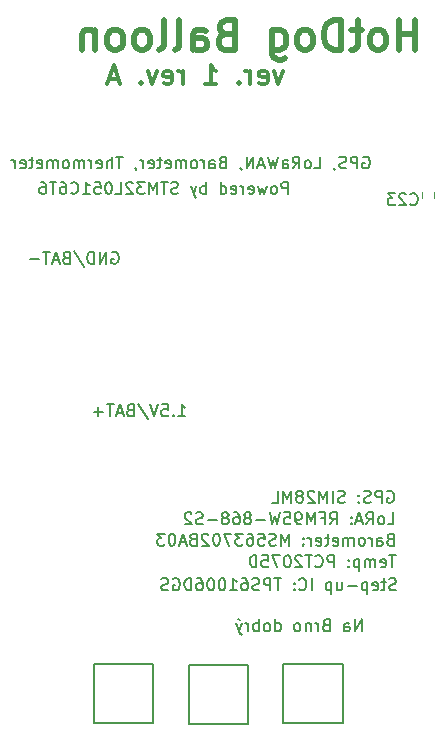
<source format=gbr>
G04 #@! TF.GenerationSoftware,KiCad,Pcbnew,(5.1.4)-1*
G04 #@! TF.CreationDate,2019-11-27T15:40:33+01:00*
G04 #@! TF.ProjectId,picoballoon,7069636f-6261-46c6-9c6f-6f6e2e6b6963,rev?*
G04 #@! TF.SameCoordinates,Original*
G04 #@! TF.FileFunction,Legend,Bot*
G04 #@! TF.FilePolarity,Positive*
%FSLAX46Y46*%
G04 Gerber Fmt 4.6, Leading zero omitted, Abs format (unit mm)*
G04 Created by KiCad (PCBNEW (5.1.4)-1) date 2019-11-27 15:40:33*
%MOMM*%
%LPD*%
G04 APERTURE LIST*
%ADD10C,0.150000*%
%ADD11C,0.350000*%
%ADD12C,0.500000*%
%ADD13C,0.120000*%
G04 APERTURE END LIST*
D10*
X68558704Y-83738980D02*
X68558704Y-82738980D01*
X67987276Y-83738980D01*
X67987276Y-82738980D01*
X67082514Y-83738980D02*
X67082514Y-83215171D01*
X67130133Y-83119933D01*
X67225371Y-83072314D01*
X67415847Y-83072314D01*
X67511085Y-83119933D01*
X67082514Y-83691361D02*
X67177752Y-83738980D01*
X67415847Y-83738980D01*
X67511085Y-83691361D01*
X67558704Y-83596123D01*
X67558704Y-83500885D01*
X67511085Y-83405647D01*
X67415847Y-83358028D01*
X67177752Y-83358028D01*
X67082514Y-83310409D01*
X65511085Y-83215171D02*
X65368228Y-83262790D01*
X65320609Y-83310409D01*
X65272990Y-83405647D01*
X65272990Y-83548504D01*
X65320609Y-83643742D01*
X65368228Y-83691361D01*
X65463466Y-83738980D01*
X65844419Y-83738980D01*
X65844419Y-82738980D01*
X65511085Y-82738980D01*
X65415847Y-82786600D01*
X65368228Y-82834219D01*
X65320609Y-82929457D01*
X65320609Y-83024695D01*
X65368228Y-83119933D01*
X65415847Y-83167552D01*
X65511085Y-83215171D01*
X65844419Y-83215171D01*
X64844419Y-83738980D02*
X64844419Y-83072314D01*
X64844419Y-83262790D02*
X64796800Y-83167552D01*
X64749180Y-83119933D01*
X64653942Y-83072314D01*
X64558704Y-83072314D01*
X64225371Y-83072314D02*
X64225371Y-83738980D01*
X64225371Y-83167552D02*
X64177752Y-83119933D01*
X64082514Y-83072314D01*
X63939657Y-83072314D01*
X63844419Y-83119933D01*
X63796800Y-83215171D01*
X63796800Y-83738980D01*
X63177752Y-83738980D02*
X63272990Y-83691361D01*
X63320609Y-83643742D01*
X63368228Y-83548504D01*
X63368228Y-83262790D01*
X63320609Y-83167552D01*
X63272990Y-83119933D01*
X63177752Y-83072314D01*
X63034895Y-83072314D01*
X62939657Y-83119933D01*
X62892038Y-83167552D01*
X62844419Y-83262790D01*
X62844419Y-83548504D01*
X62892038Y-83643742D01*
X62939657Y-83691361D01*
X63034895Y-83738980D01*
X63177752Y-83738980D01*
X61225371Y-83738980D02*
X61225371Y-82738980D01*
X61225371Y-83691361D02*
X61320609Y-83738980D01*
X61511085Y-83738980D01*
X61606323Y-83691361D01*
X61653942Y-83643742D01*
X61701561Y-83548504D01*
X61701561Y-83262790D01*
X61653942Y-83167552D01*
X61606323Y-83119933D01*
X61511085Y-83072314D01*
X61320609Y-83072314D01*
X61225371Y-83119933D01*
X60606323Y-83738980D02*
X60701561Y-83691361D01*
X60749180Y-83643742D01*
X60796800Y-83548504D01*
X60796800Y-83262790D01*
X60749180Y-83167552D01*
X60701561Y-83119933D01*
X60606323Y-83072314D01*
X60463466Y-83072314D01*
X60368228Y-83119933D01*
X60320609Y-83167552D01*
X60272990Y-83262790D01*
X60272990Y-83548504D01*
X60320609Y-83643742D01*
X60368228Y-83691361D01*
X60463466Y-83738980D01*
X60606323Y-83738980D01*
X59844419Y-83738980D02*
X59844419Y-82738980D01*
X59844419Y-83119933D02*
X59749180Y-83072314D01*
X59558704Y-83072314D01*
X59463466Y-83119933D01*
X59415847Y-83167552D01*
X59368228Y-83262790D01*
X59368228Y-83548504D01*
X59415847Y-83643742D01*
X59463466Y-83691361D01*
X59558704Y-83738980D01*
X59749180Y-83738980D01*
X59844419Y-83691361D01*
X58939657Y-83738980D02*
X58939657Y-83072314D01*
X58939657Y-83262790D02*
X58892038Y-83167552D01*
X58844419Y-83119933D01*
X58749180Y-83072314D01*
X58653942Y-83072314D01*
X58415847Y-83072314D02*
X58177752Y-83738980D01*
X57939657Y-83072314D02*
X58177752Y-83738980D01*
X58272990Y-83977076D01*
X58320609Y-84024695D01*
X58415847Y-84072314D01*
X58082514Y-82691361D02*
X58225371Y-82834219D01*
X71447371Y-80236961D02*
X71304514Y-80284580D01*
X71066419Y-80284580D01*
X70971180Y-80236961D01*
X70923561Y-80189342D01*
X70875942Y-80094104D01*
X70875942Y-79998866D01*
X70923561Y-79903628D01*
X70971180Y-79856009D01*
X71066419Y-79808390D01*
X71256895Y-79760771D01*
X71352133Y-79713152D01*
X71399752Y-79665533D01*
X71447371Y-79570295D01*
X71447371Y-79475057D01*
X71399752Y-79379819D01*
X71352133Y-79332200D01*
X71256895Y-79284580D01*
X71018800Y-79284580D01*
X70875942Y-79332200D01*
X70590228Y-79617914D02*
X70209276Y-79617914D01*
X70447371Y-79284580D02*
X70447371Y-80141723D01*
X70399752Y-80236961D01*
X70304514Y-80284580D01*
X70209276Y-80284580D01*
X69494990Y-80236961D02*
X69590228Y-80284580D01*
X69780704Y-80284580D01*
X69875942Y-80236961D01*
X69923561Y-80141723D01*
X69923561Y-79760771D01*
X69875942Y-79665533D01*
X69780704Y-79617914D01*
X69590228Y-79617914D01*
X69494990Y-79665533D01*
X69447371Y-79760771D01*
X69447371Y-79856009D01*
X69923561Y-79951247D01*
X69018800Y-79617914D02*
X69018800Y-80617914D01*
X69018800Y-79665533D02*
X68923561Y-79617914D01*
X68733085Y-79617914D01*
X68637847Y-79665533D01*
X68590228Y-79713152D01*
X68542609Y-79808390D01*
X68542609Y-80094104D01*
X68590228Y-80189342D01*
X68637847Y-80236961D01*
X68733085Y-80284580D01*
X68923561Y-80284580D01*
X69018800Y-80236961D01*
X68114038Y-79903628D02*
X67352133Y-79903628D01*
X66447371Y-79617914D02*
X66447371Y-80284580D01*
X66875942Y-79617914D02*
X66875942Y-80141723D01*
X66828323Y-80236961D01*
X66733085Y-80284580D01*
X66590228Y-80284580D01*
X66494990Y-80236961D01*
X66447371Y-80189342D01*
X65971180Y-79617914D02*
X65971180Y-80617914D01*
X65971180Y-79665533D02*
X65875942Y-79617914D01*
X65685466Y-79617914D01*
X65590228Y-79665533D01*
X65542609Y-79713152D01*
X65494990Y-79808390D01*
X65494990Y-80094104D01*
X65542609Y-80189342D01*
X65590228Y-80236961D01*
X65685466Y-80284580D01*
X65875942Y-80284580D01*
X65971180Y-80236961D01*
X64304514Y-80284580D02*
X64304514Y-79284580D01*
X63256895Y-80189342D02*
X63304514Y-80236961D01*
X63447371Y-80284580D01*
X63542609Y-80284580D01*
X63685466Y-80236961D01*
X63780704Y-80141723D01*
X63828323Y-80046485D01*
X63875942Y-79856009D01*
X63875942Y-79713152D01*
X63828323Y-79522676D01*
X63780704Y-79427438D01*
X63685466Y-79332200D01*
X63542609Y-79284580D01*
X63447371Y-79284580D01*
X63304514Y-79332200D01*
X63256895Y-79379819D01*
X62828323Y-80189342D02*
X62780704Y-80236961D01*
X62828323Y-80284580D01*
X62875942Y-80236961D01*
X62828323Y-80189342D01*
X62828323Y-80284580D01*
X62828323Y-79665533D02*
X62780704Y-79713152D01*
X62828323Y-79760771D01*
X62875942Y-79713152D01*
X62828323Y-79665533D01*
X62828323Y-79760771D01*
X61733085Y-79284580D02*
X61161657Y-79284580D01*
X61447371Y-80284580D02*
X61447371Y-79284580D01*
X60828323Y-80284580D02*
X60828323Y-79284580D01*
X60447371Y-79284580D01*
X60352133Y-79332200D01*
X60304514Y-79379819D01*
X60256895Y-79475057D01*
X60256895Y-79617914D01*
X60304514Y-79713152D01*
X60352133Y-79760771D01*
X60447371Y-79808390D01*
X60828323Y-79808390D01*
X59875942Y-80236961D02*
X59733085Y-80284580D01*
X59494990Y-80284580D01*
X59399752Y-80236961D01*
X59352133Y-80189342D01*
X59304514Y-80094104D01*
X59304514Y-79998866D01*
X59352133Y-79903628D01*
X59399752Y-79856009D01*
X59494990Y-79808390D01*
X59685466Y-79760771D01*
X59780704Y-79713152D01*
X59828323Y-79665533D01*
X59875942Y-79570295D01*
X59875942Y-79475057D01*
X59828323Y-79379819D01*
X59780704Y-79332200D01*
X59685466Y-79284580D01*
X59447371Y-79284580D01*
X59304514Y-79332200D01*
X58447371Y-79284580D02*
X58637847Y-79284580D01*
X58733085Y-79332200D01*
X58780704Y-79379819D01*
X58875942Y-79522676D01*
X58923561Y-79713152D01*
X58923561Y-80094104D01*
X58875942Y-80189342D01*
X58828323Y-80236961D01*
X58733085Y-80284580D01*
X58542609Y-80284580D01*
X58447371Y-80236961D01*
X58399752Y-80189342D01*
X58352133Y-80094104D01*
X58352133Y-79856009D01*
X58399752Y-79760771D01*
X58447371Y-79713152D01*
X58542609Y-79665533D01*
X58733085Y-79665533D01*
X58828323Y-79713152D01*
X58875942Y-79760771D01*
X58923561Y-79856009D01*
X57399752Y-80284580D02*
X57971180Y-80284580D01*
X57685466Y-80284580D02*
X57685466Y-79284580D01*
X57780704Y-79427438D01*
X57875942Y-79522676D01*
X57971180Y-79570295D01*
X56780704Y-79284580D02*
X56685466Y-79284580D01*
X56590228Y-79332200D01*
X56542609Y-79379819D01*
X56494990Y-79475057D01*
X56447371Y-79665533D01*
X56447371Y-79903628D01*
X56494990Y-80094104D01*
X56542609Y-80189342D01*
X56590228Y-80236961D01*
X56685466Y-80284580D01*
X56780704Y-80284580D01*
X56875942Y-80236961D01*
X56923561Y-80189342D01*
X56971180Y-80094104D01*
X57018800Y-79903628D01*
X57018800Y-79665533D01*
X56971180Y-79475057D01*
X56923561Y-79379819D01*
X56875942Y-79332200D01*
X56780704Y-79284580D01*
X55828323Y-79284580D02*
X55733085Y-79284580D01*
X55637847Y-79332200D01*
X55590228Y-79379819D01*
X55542609Y-79475057D01*
X55494990Y-79665533D01*
X55494990Y-79903628D01*
X55542609Y-80094104D01*
X55590228Y-80189342D01*
X55637847Y-80236961D01*
X55733085Y-80284580D01*
X55828323Y-80284580D01*
X55923561Y-80236961D01*
X55971180Y-80189342D01*
X56018800Y-80094104D01*
X56066419Y-79903628D01*
X56066419Y-79665533D01*
X56018800Y-79475057D01*
X55971180Y-79379819D01*
X55923561Y-79332200D01*
X55828323Y-79284580D01*
X54637847Y-79284580D02*
X54828323Y-79284580D01*
X54923561Y-79332200D01*
X54971180Y-79379819D01*
X55066419Y-79522676D01*
X55114038Y-79713152D01*
X55114038Y-80094104D01*
X55066419Y-80189342D01*
X55018800Y-80236961D01*
X54923561Y-80284580D01*
X54733085Y-80284580D01*
X54637847Y-80236961D01*
X54590228Y-80189342D01*
X54542609Y-80094104D01*
X54542609Y-79856009D01*
X54590228Y-79760771D01*
X54637847Y-79713152D01*
X54733085Y-79665533D01*
X54923561Y-79665533D01*
X55018800Y-79713152D01*
X55066419Y-79760771D01*
X55114038Y-79856009D01*
X54114038Y-80284580D02*
X54114038Y-79284580D01*
X53875942Y-79284580D01*
X53733085Y-79332200D01*
X53637847Y-79427438D01*
X53590228Y-79522676D01*
X53542609Y-79713152D01*
X53542609Y-79856009D01*
X53590228Y-80046485D01*
X53637847Y-80141723D01*
X53733085Y-80236961D01*
X53875942Y-80284580D01*
X54114038Y-80284580D01*
X52590228Y-79332200D02*
X52685466Y-79284580D01*
X52828323Y-79284580D01*
X52971180Y-79332200D01*
X53066419Y-79427438D01*
X53114038Y-79522676D01*
X53161657Y-79713152D01*
X53161657Y-79856009D01*
X53114038Y-80046485D01*
X53066419Y-80141723D01*
X52971180Y-80236961D01*
X52828323Y-80284580D01*
X52733085Y-80284580D01*
X52590228Y-80236961D01*
X52542609Y-80189342D01*
X52542609Y-79856009D01*
X52733085Y-79856009D01*
X52161657Y-80236961D02*
X52018800Y-80284580D01*
X51780704Y-80284580D01*
X51685466Y-80236961D01*
X51637847Y-80189342D01*
X51590228Y-80094104D01*
X51590228Y-79998866D01*
X51637847Y-79903628D01*
X51685466Y-79856009D01*
X51780704Y-79808390D01*
X51971180Y-79760771D01*
X52066419Y-79713152D01*
X52114038Y-79665533D01*
X52161657Y-79570295D01*
X52161657Y-79475057D01*
X52114038Y-79379819D01*
X52066419Y-79332200D01*
X51971180Y-79284580D01*
X51733085Y-79284580D01*
X51590228Y-79332200D01*
X71439895Y-77328780D02*
X70868466Y-77328780D01*
X71154180Y-78328780D02*
X71154180Y-77328780D01*
X70154180Y-78281161D02*
X70249419Y-78328780D01*
X70439895Y-78328780D01*
X70535133Y-78281161D01*
X70582752Y-78185923D01*
X70582752Y-77804971D01*
X70535133Y-77709733D01*
X70439895Y-77662114D01*
X70249419Y-77662114D01*
X70154180Y-77709733D01*
X70106561Y-77804971D01*
X70106561Y-77900209D01*
X70582752Y-77995447D01*
X69677990Y-78328780D02*
X69677990Y-77662114D01*
X69677990Y-77757352D02*
X69630371Y-77709733D01*
X69535133Y-77662114D01*
X69392276Y-77662114D01*
X69297038Y-77709733D01*
X69249419Y-77804971D01*
X69249419Y-78328780D01*
X69249419Y-77804971D02*
X69201800Y-77709733D01*
X69106561Y-77662114D01*
X68963704Y-77662114D01*
X68868466Y-77709733D01*
X68820847Y-77804971D01*
X68820847Y-78328780D01*
X68344657Y-77662114D02*
X68344657Y-78662114D01*
X68344657Y-77709733D02*
X68249419Y-77662114D01*
X68058942Y-77662114D01*
X67963704Y-77709733D01*
X67916085Y-77757352D01*
X67868466Y-77852590D01*
X67868466Y-78138304D01*
X67916085Y-78233542D01*
X67963704Y-78281161D01*
X68058942Y-78328780D01*
X68249419Y-78328780D01*
X68344657Y-78281161D01*
X67439895Y-78233542D02*
X67392276Y-78281161D01*
X67439895Y-78328780D01*
X67487514Y-78281161D01*
X67439895Y-78233542D01*
X67439895Y-78328780D01*
X67439895Y-77709733D02*
X67392276Y-77757352D01*
X67439895Y-77804971D01*
X67487514Y-77757352D01*
X67439895Y-77709733D01*
X67439895Y-77804971D01*
X66201800Y-78328780D02*
X66201800Y-77328780D01*
X65820847Y-77328780D01*
X65725609Y-77376400D01*
X65677990Y-77424019D01*
X65630371Y-77519257D01*
X65630371Y-77662114D01*
X65677990Y-77757352D01*
X65725609Y-77804971D01*
X65820847Y-77852590D01*
X66201800Y-77852590D01*
X64630371Y-78233542D02*
X64677990Y-78281161D01*
X64820847Y-78328780D01*
X64916085Y-78328780D01*
X65058942Y-78281161D01*
X65154180Y-78185923D01*
X65201800Y-78090685D01*
X65249419Y-77900209D01*
X65249419Y-77757352D01*
X65201800Y-77566876D01*
X65154180Y-77471638D01*
X65058942Y-77376400D01*
X64916085Y-77328780D01*
X64820847Y-77328780D01*
X64677990Y-77376400D01*
X64630371Y-77424019D01*
X64344657Y-77328780D02*
X63773228Y-77328780D01*
X64058942Y-78328780D02*
X64058942Y-77328780D01*
X63487514Y-77424019D02*
X63439895Y-77376400D01*
X63344657Y-77328780D01*
X63106561Y-77328780D01*
X63011323Y-77376400D01*
X62963704Y-77424019D01*
X62916085Y-77519257D01*
X62916085Y-77614495D01*
X62963704Y-77757352D01*
X63535133Y-78328780D01*
X62916085Y-78328780D01*
X62297038Y-77328780D02*
X62201800Y-77328780D01*
X62106561Y-77376400D01*
X62058942Y-77424019D01*
X62011323Y-77519257D01*
X61963704Y-77709733D01*
X61963704Y-77947828D01*
X62011323Y-78138304D01*
X62058942Y-78233542D01*
X62106561Y-78281161D01*
X62201800Y-78328780D01*
X62297038Y-78328780D01*
X62392276Y-78281161D01*
X62439895Y-78233542D01*
X62487514Y-78138304D01*
X62535133Y-77947828D01*
X62535133Y-77709733D01*
X62487514Y-77519257D01*
X62439895Y-77424019D01*
X62392276Y-77376400D01*
X62297038Y-77328780D01*
X61630371Y-77328780D02*
X60963704Y-77328780D01*
X61392276Y-78328780D01*
X60106561Y-77328780D02*
X60582752Y-77328780D01*
X60630371Y-77804971D01*
X60582752Y-77757352D01*
X60487514Y-77709733D01*
X60249419Y-77709733D01*
X60154180Y-77757352D01*
X60106561Y-77804971D01*
X60058942Y-77900209D01*
X60058942Y-78138304D01*
X60106561Y-78233542D01*
X60154180Y-78281161D01*
X60249419Y-78328780D01*
X60487514Y-78328780D01*
X60582752Y-78281161D01*
X60630371Y-78233542D01*
X59630371Y-78328780D02*
X59630371Y-77328780D01*
X59392276Y-77328780D01*
X59249419Y-77376400D01*
X59154180Y-77471638D01*
X59106561Y-77566876D01*
X59058942Y-77757352D01*
X59058942Y-77900209D01*
X59106561Y-78090685D01*
X59154180Y-78185923D01*
X59249419Y-78281161D01*
X59392276Y-78328780D01*
X59630371Y-78328780D01*
X70956866Y-75976171D02*
X70814009Y-76023790D01*
X70766390Y-76071409D01*
X70718771Y-76166647D01*
X70718771Y-76309504D01*
X70766390Y-76404742D01*
X70814009Y-76452361D01*
X70909247Y-76499980D01*
X71290200Y-76499980D01*
X71290200Y-75499980D01*
X70956866Y-75499980D01*
X70861628Y-75547600D01*
X70814009Y-75595219D01*
X70766390Y-75690457D01*
X70766390Y-75785695D01*
X70814009Y-75880933D01*
X70861628Y-75928552D01*
X70956866Y-75976171D01*
X71290200Y-75976171D01*
X69861628Y-76499980D02*
X69861628Y-75976171D01*
X69909247Y-75880933D01*
X70004485Y-75833314D01*
X70194961Y-75833314D01*
X70290200Y-75880933D01*
X69861628Y-76452361D02*
X69956866Y-76499980D01*
X70194961Y-76499980D01*
X70290200Y-76452361D01*
X70337819Y-76357123D01*
X70337819Y-76261885D01*
X70290200Y-76166647D01*
X70194961Y-76119028D01*
X69956866Y-76119028D01*
X69861628Y-76071409D01*
X69385438Y-76499980D02*
X69385438Y-75833314D01*
X69385438Y-76023790D02*
X69337819Y-75928552D01*
X69290200Y-75880933D01*
X69194961Y-75833314D01*
X69099723Y-75833314D01*
X68623533Y-76499980D02*
X68718771Y-76452361D01*
X68766390Y-76404742D01*
X68814009Y-76309504D01*
X68814009Y-76023790D01*
X68766390Y-75928552D01*
X68718771Y-75880933D01*
X68623533Y-75833314D01*
X68480676Y-75833314D01*
X68385438Y-75880933D01*
X68337819Y-75928552D01*
X68290200Y-76023790D01*
X68290200Y-76309504D01*
X68337819Y-76404742D01*
X68385438Y-76452361D01*
X68480676Y-76499980D01*
X68623533Y-76499980D01*
X67861628Y-76499980D02*
X67861628Y-75833314D01*
X67861628Y-75928552D02*
X67814009Y-75880933D01*
X67718771Y-75833314D01*
X67575914Y-75833314D01*
X67480676Y-75880933D01*
X67433057Y-75976171D01*
X67433057Y-76499980D01*
X67433057Y-75976171D02*
X67385438Y-75880933D01*
X67290200Y-75833314D01*
X67147342Y-75833314D01*
X67052104Y-75880933D01*
X67004485Y-75976171D01*
X67004485Y-76499980D01*
X66147342Y-76452361D02*
X66242580Y-76499980D01*
X66433057Y-76499980D01*
X66528295Y-76452361D01*
X66575914Y-76357123D01*
X66575914Y-75976171D01*
X66528295Y-75880933D01*
X66433057Y-75833314D01*
X66242580Y-75833314D01*
X66147342Y-75880933D01*
X66099723Y-75976171D01*
X66099723Y-76071409D01*
X66575914Y-76166647D01*
X65814009Y-75833314D02*
X65433057Y-75833314D01*
X65671152Y-75499980D02*
X65671152Y-76357123D01*
X65623533Y-76452361D01*
X65528295Y-76499980D01*
X65433057Y-76499980D01*
X64718771Y-76452361D02*
X64814009Y-76499980D01*
X65004485Y-76499980D01*
X65099723Y-76452361D01*
X65147342Y-76357123D01*
X65147342Y-75976171D01*
X65099723Y-75880933D01*
X65004485Y-75833314D01*
X64814009Y-75833314D01*
X64718771Y-75880933D01*
X64671152Y-75976171D01*
X64671152Y-76071409D01*
X65147342Y-76166647D01*
X64242580Y-76499980D02*
X64242580Y-75833314D01*
X64242580Y-76023790D02*
X64194961Y-75928552D01*
X64147342Y-75880933D01*
X64052104Y-75833314D01*
X63956866Y-75833314D01*
X63623533Y-76404742D02*
X63575914Y-76452361D01*
X63623533Y-76499980D01*
X63671152Y-76452361D01*
X63623533Y-76404742D01*
X63623533Y-76499980D01*
X63623533Y-75880933D02*
X63575914Y-75928552D01*
X63623533Y-75976171D01*
X63671152Y-75928552D01*
X63623533Y-75880933D01*
X63623533Y-75976171D01*
X62385438Y-76499980D02*
X62385438Y-75499980D01*
X62052104Y-76214266D01*
X61718771Y-75499980D01*
X61718771Y-76499980D01*
X61290200Y-76452361D02*
X61147342Y-76499980D01*
X60909247Y-76499980D01*
X60814009Y-76452361D01*
X60766390Y-76404742D01*
X60718771Y-76309504D01*
X60718771Y-76214266D01*
X60766390Y-76119028D01*
X60814009Y-76071409D01*
X60909247Y-76023790D01*
X61099723Y-75976171D01*
X61194961Y-75928552D01*
X61242580Y-75880933D01*
X61290200Y-75785695D01*
X61290200Y-75690457D01*
X61242580Y-75595219D01*
X61194961Y-75547600D01*
X61099723Y-75499980D01*
X60861628Y-75499980D01*
X60718771Y-75547600D01*
X59814009Y-75499980D02*
X60290200Y-75499980D01*
X60337819Y-75976171D01*
X60290200Y-75928552D01*
X60194961Y-75880933D01*
X59956866Y-75880933D01*
X59861628Y-75928552D01*
X59814009Y-75976171D01*
X59766390Y-76071409D01*
X59766390Y-76309504D01*
X59814009Y-76404742D01*
X59861628Y-76452361D01*
X59956866Y-76499980D01*
X60194961Y-76499980D01*
X60290200Y-76452361D01*
X60337819Y-76404742D01*
X58909247Y-75499980D02*
X59099723Y-75499980D01*
X59194961Y-75547600D01*
X59242580Y-75595219D01*
X59337819Y-75738076D01*
X59385438Y-75928552D01*
X59385438Y-76309504D01*
X59337819Y-76404742D01*
X59290200Y-76452361D01*
X59194961Y-76499980D01*
X59004485Y-76499980D01*
X58909247Y-76452361D01*
X58861628Y-76404742D01*
X58814009Y-76309504D01*
X58814009Y-76071409D01*
X58861628Y-75976171D01*
X58909247Y-75928552D01*
X59004485Y-75880933D01*
X59194961Y-75880933D01*
X59290200Y-75928552D01*
X59337819Y-75976171D01*
X59385438Y-76071409D01*
X58480676Y-75499980D02*
X57861628Y-75499980D01*
X58194961Y-75880933D01*
X58052104Y-75880933D01*
X57956866Y-75928552D01*
X57909247Y-75976171D01*
X57861628Y-76071409D01*
X57861628Y-76309504D01*
X57909247Y-76404742D01*
X57956866Y-76452361D01*
X58052104Y-76499980D01*
X58337819Y-76499980D01*
X58433057Y-76452361D01*
X58480676Y-76404742D01*
X57528295Y-75499980D02*
X56861628Y-75499980D01*
X57290200Y-76499980D01*
X56290200Y-75499980D02*
X56194961Y-75499980D01*
X56099723Y-75547600D01*
X56052104Y-75595219D01*
X56004485Y-75690457D01*
X55956866Y-75880933D01*
X55956866Y-76119028D01*
X56004485Y-76309504D01*
X56052104Y-76404742D01*
X56099723Y-76452361D01*
X56194961Y-76499980D01*
X56290200Y-76499980D01*
X56385438Y-76452361D01*
X56433057Y-76404742D01*
X56480676Y-76309504D01*
X56528295Y-76119028D01*
X56528295Y-75880933D01*
X56480676Y-75690457D01*
X56433057Y-75595219D01*
X56385438Y-75547600D01*
X56290200Y-75499980D01*
X55575914Y-75595219D02*
X55528295Y-75547600D01*
X55433057Y-75499980D01*
X55194961Y-75499980D01*
X55099723Y-75547600D01*
X55052104Y-75595219D01*
X55004485Y-75690457D01*
X55004485Y-75785695D01*
X55052104Y-75928552D01*
X55623533Y-76499980D01*
X55004485Y-76499980D01*
X54242580Y-75976171D02*
X54099723Y-76023790D01*
X54052104Y-76071409D01*
X54004485Y-76166647D01*
X54004485Y-76309504D01*
X54052104Y-76404742D01*
X54099723Y-76452361D01*
X54194961Y-76499980D01*
X54575914Y-76499980D01*
X54575914Y-75499980D01*
X54242580Y-75499980D01*
X54147342Y-75547600D01*
X54099723Y-75595219D01*
X54052104Y-75690457D01*
X54052104Y-75785695D01*
X54099723Y-75880933D01*
X54147342Y-75928552D01*
X54242580Y-75976171D01*
X54575914Y-75976171D01*
X53623533Y-76214266D02*
X53147342Y-76214266D01*
X53718771Y-76499980D02*
X53385438Y-75499980D01*
X53052104Y-76499980D01*
X52528295Y-75499980D02*
X52433057Y-75499980D01*
X52337819Y-75547600D01*
X52290200Y-75595219D01*
X52242580Y-75690457D01*
X52194961Y-75880933D01*
X52194961Y-76119028D01*
X52242580Y-76309504D01*
X52290200Y-76404742D01*
X52337819Y-76452361D01*
X52433057Y-76499980D01*
X52528295Y-76499980D01*
X52623533Y-76452361D01*
X52671152Y-76404742D01*
X52718771Y-76309504D01*
X52766390Y-76119028D01*
X52766390Y-75880933D01*
X52718771Y-75690457D01*
X52671152Y-75595219D01*
X52623533Y-75547600D01*
X52528295Y-75499980D01*
X51861628Y-75499980D02*
X51242580Y-75499980D01*
X51575914Y-75880933D01*
X51433057Y-75880933D01*
X51337819Y-75928552D01*
X51290200Y-75976171D01*
X51242580Y-76071409D01*
X51242580Y-76309504D01*
X51290200Y-76404742D01*
X51337819Y-76452361D01*
X51433057Y-76499980D01*
X51718771Y-76499980D01*
X51814009Y-76452361D01*
X51861628Y-76404742D01*
X70753833Y-74696580D02*
X71230023Y-74696580D01*
X71230023Y-73696580D01*
X70277642Y-74696580D02*
X70372880Y-74648961D01*
X70420500Y-74601342D01*
X70468119Y-74506104D01*
X70468119Y-74220390D01*
X70420500Y-74125152D01*
X70372880Y-74077533D01*
X70277642Y-74029914D01*
X70134785Y-74029914D01*
X70039547Y-74077533D01*
X69991928Y-74125152D01*
X69944309Y-74220390D01*
X69944309Y-74506104D01*
X69991928Y-74601342D01*
X70039547Y-74648961D01*
X70134785Y-74696580D01*
X70277642Y-74696580D01*
X68944309Y-74696580D02*
X69277642Y-74220390D01*
X69515738Y-74696580D02*
X69515738Y-73696580D01*
X69134785Y-73696580D01*
X69039547Y-73744200D01*
X68991928Y-73791819D01*
X68944309Y-73887057D01*
X68944309Y-74029914D01*
X68991928Y-74125152D01*
X69039547Y-74172771D01*
X69134785Y-74220390D01*
X69515738Y-74220390D01*
X68563357Y-74410866D02*
X68087166Y-74410866D01*
X68658595Y-74696580D02*
X68325261Y-73696580D01*
X67991928Y-74696580D01*
X67658595Y-74601342D02*
X67610976Y-74648961D01*
X67658595Y-74696580D01*
X67706214Y-74648961D01*
X67658595Y-74601342D01*
X67658595Y-74696580D01*
X67658595Y-74077533D02*
X67610976Y-74125152D01*
X67658595Y-74172771D01*
X67706214Y-74125152D01*
X67658595Y-74077533D01*
X67658595Y-74172771D01*
X65849071Y-74696580D02*
X66182404Y-74220390D01*
X66420500Y-74696580D02*
X66420500Y-73696580D01*
X66039547Y-73696580D01*
X65944309Y-73744200D01*
X65896690Y-73791819D01*
X65849071Y-73887057D01*
X65849071Y-74029914D01*
X65896690Y-74125152D01*
X65944309Y-74172771D01*
X66039547Y-74220390D01*
X66420500Y-74220390D01*
X65087166Y-74172771D02*
X65420500Y-74172771D01*
X65420500Y-74696580D02*
X65420500Y-73696580D01*
X64944309Y-73696580D01*
X64563357Y-74696580D02*
X64563357Y-73696580D01*
X64230023Y-74410866D01*
X63896690Y-73696580D01*
X63896690Y-74696580D01*
X63372880Y-74696580D02*
X63182404Y-74696580D01*
X63087166Y-74648961D01*
X63039547Y-74601342D01*
X62944309Y-74458485D01*
X62896690Y-74268009D01*
X62896690Y-73887057D01*
X62944309Y-73791819D01*
X62991928Y-73744200D01*
X63087166Y-73696580D01*
X63277642Y-73696580D01*
X63372880Y-73744200D01*
X63420500Y-73791819D01*
X63468119Y-73887057D01*
X63468119Y-74125152D01*
X63420500Y-74220390D01*
X63372880Y-74268009D01*
X63277642Y-74315628D01*
X63087166Y-74315628D01*
X62991928Y-74268009D01*
X62944309Y-74220390D01*
X62896690Y-74125152D01*
X61991928Y-73696580D02*
X62468119Y-73696580D01*
X62515738Y-74172771D01*
X62468119Y-74125152D01*
X62372880Y-74077533D01*
X62134785Y-74077533D01*
X62039547Y-74125152D01*
X61991928Y-74172771D01*
X61944309Y-74268009D01*
X61944309Y-74506104D01*
X61991928Y-74601342D01*
X62039547Y-74648961D01*
X62134785Y-74696580D01*
X62372880Y-74696580D01*
X62468119Y-74648961D01*
X62515738Y-74601342D01*
X61610976Y-73696580D02*
X61372880Y-74696580D01*
X61182404Y-73982295D01*
X60991928Y-74696580D01*
X60753833Y-73696580D01*
X60372880Y-74315628D02*
X59610976Y-74315628D01*
X58991928Y-74125152D02*
X59087166Y-74077533D01*
X59134785Y-74029914D01*
X59182404Y-73934676D01*
X59182404Y-73887057D01*
X59134785Y-73791819D01*
X59087166Y-73744200D01*
X58991928Y-73696580D01*
X58801452Y-73696580D01*
X58706214Y-73744200D01*
X58658595Y-73791819D01*
X58610976Y-73887057D01*
X58610976Y-73934676D01*
X58658595Y-74029914D01*
X58706214Y-74077533D01*
X58801452Y-74125152D01*
X58991928Y-74125152D01*
X59087166Y-74172771D01*
X59134785Y-74220390D01*
X59182404Y-74315628D01*
X59182404Y-74506104D01*
X59134785Y-74601342D01*
X59087166Y-74648961D01*
X58991928Y-74696580D01*
X58801452Y-74696580D01*
X58706214Y-74648961D01*
X58658595Y-74601342D01*
X58610976Y-74506104D01*
X58610976Y-74315628D01*
X58658595Y-74220390D01*
X58706214Y-74172771D01*
X58801452Y-74125152D01*
X57753833Y-73696580D02*
X57944309Y-73696580D01*
X58039547Y-73744200D01*
X58087166Y-73791819D01*
X58182404Y-73934676D01*
X58230023Y-74125152D01*
X58230023Y-74506104D01*
X58182404Y-74601342D01*
X58134785Y-74648961D01*
X58039547Y-74696580D01*
X57849071Y-74696580D01*
X57753833Y-74648961D01*
X57706214Y-74601342D01*
X57658595Y-74506104D01*
X57658595Y-74268009D01*
X57706214Y-74172771D01*
X57753833Y-74125152D01*
X57849071Y-74077533D01*
X58039547Y-74077533D01*
X58134785Y-74125152D01*
X58182404Y-74172771D01*
X58230023Y-74268009D01*
X57087166Y-74125152D02*
X57182404Y-74077533D01*
X57230023Y-74029914D01*
X57277642Y-73934676D01*
X57277642Y-73887057D01*
X57230023Y-73791819D01*
X57182404Y-73744200D01*
X57087166Y-73696580D01*
X56896690Y-73696580D01*
X56801452Y-73744200D01*
X56753833Y-73791819D01*
X56706214Y-73887057D01*
X56706214Y-73934676D01*
X56753833Y-74029914D01*
X56801452Y-74077533D01*
X56896690Y-74125152D01*
X57087166Y-74125152D01*
X57182404Y-74172771D01*
X57230023Y-74220390D01*
X57277642Y-74315628D01*
X57277642Y-74506104D01*
X57230023Y-74601342D01*
X57182404Y-74648961D01*
X57087166Y-74696580D01*
X56896690Y-74696580D01*
X56801452Y-74648961D01*
X56753833Y-74601342D01*
X56706214Y-74506104D01*
X56706214Y-74315628D01*
X56753833Y-74220390D01*
X56801452Y-74172771D01*
X56896690Y-74125152D01*
X56277642Y-74315628D02*
X55515738Y-74315628D01*
X55087166Y-74648961D02*
X54944309Y-74696580D01*
X54706214Y-74696580D01*
X54610976Y-74648961D01*
X54563357Y-74601342D01*
X54515738Y-74506104D01*
X54515738Y-74410866D01*
X54563357Y-74315628D01*
X54610976Y-74268009D01*
X54706214Y-74220390D01*
X54896690Y-74172771D01*
X54991928Y-74125152D01*
X55039547Y-74077533D01*
X55087166Y-73982295D01*
X55087166Y-73887057D01*
X55039547Y-73791819D01*
X54991928Y-73744200D01*
X54896690Y-73696580D01*
X54658595Y-73696580D01*
X54515738Y-73744200D01*
X54134785Y-73791819D02*
X54087166Y-73744200D01*
X53991928Y-73696580D01*
X53753833Y-73696580D01*
X53658595Y-73744200D01*
X53610976Y-73791819D01*
X53563357Y-73887057D01*
X53563357Y-73982295D01*
X53610976Y-74125152D01*
X54182404Y-74696580D01*
X53563357Y-74696580D01*
X70727319Y-71915400D02*
X70822557Y-71867780D01*
X70965414Y-71867780D01*
X71108271Y-71915400D01*
X71203509Y-72010638D01*
X71251128Y-72105876D01*
X71298747Y-72296352D01*
X71298747Y-72439209D01*
X71251128Y-72629685D01*
X71203509Y-72724923D01*
X71108271Y-72820161D01*
X70965414Y-72867780D01*
X70870176Y-72867780D01*
X70727319Y-72820161D01*
X70679700Y-72772542D01*
X70679700Y-72439209D01*
X70870176Y-72439209D01*
X70251128Y-72867780D02*
X70251128Y-71867780D01*
X69870176Y-71867780D01*
X69774938Y-71915400D01*
X69727319Y-71963019D01*
X69679700Y-72058257D01*
X69679700Y-72201114D01*
X69727319Y-72296352D01*
X69774938Y-72343971D01*
X69870176Y-72391590D01*
X70251128Y-72391590D01*
X69298747Y-72820161D02*
X69155890Y-72867780D01*
X68917795Y-72867780D01*
X68822557Y-72820161D01*
X68774938Y-72772542D01*
X68727319Y-72677304D01*
X68727319Y-72582066D01*
X68774938Y-72486828D01*
X68822557Y-72439209D01*
X68917795Y-72391590D01*
X69108271Y-72343971D01*
X69203509Y-72296352D01*
X69251128Y-72248733D01*
X69298747Y-72153495D01*
X69298747Y-72058257D01*
X69251128Y-71963019D01*
X69203509Y-71915400D01*
X69108271Y-71867780D01*
X68870176Y-71867780D01*
X68727319Y-71915400D01*
X68298747Y-72772542D02*
X68251128Y-72820161D01*
X68298747Y-72867780D01*
X68346366Y-72820161D01*
X68298747Y-72772542D01*
X68298747Y-72867780D01*
X68298747Y-72248733D02*
X68251128Y-72296352D01*
X68298747Y-72343971D01*
X68346366Y-72296352D01*
X68298747Y-72248733D01*
X68298747Y-72343971D01*
X67108271Y-72820161D02*
X66965414Y-72867780D01*
X66727319Y-72867780D01*
X66632080Y-72820161D01*
X66584461Y-72772542D01*
X66536842Y-72677304D01*
X66536842Y-72582066D01*
X66584461Y-72486828D01*
X66632080Y-72439209D01*
X66727319Y-72391590D01*
X66917795Y-72343971D01*
X67013033Y-72296352D01*
X67060652Y-72248733D01*
X67108271Y-72153495D01*
X67108271Y-72058257D01*
X67060652Y-71963019D01*
X67013033Y-71915400D01*
X66917795Y-71867780D01*
X66679700Y-71867780D01*
X66536842Y-71915400D01*
X66108271Y-72867780D02*
X66108271Y-71867780D01*
X65632080Y-72867780D02*
X65632080Y-71867780D01*
X65298747Y-72582066D01*
X64965414Y-71867780D01*
X64965414Y-72867780D01*
X64536842Y-71963019D02*
X64489223Y-71915400D01*
X64393985Y-71867780D01*
X64155890Y-71867780D01*
X64060652Y-71915400D01*
X64013033Y-71963019D01*
X63965414Y-72058257D01*
X63965414Y-72153495D01*
X64013033Y-72296352D01*
X64584461Y-72867780D01*
X63965414Y-72867780D01*
X63393985Y-72296352D02*
X63489223Y-72248733D01*
X63536842Y-72201114D01*
X63584461Y-72105876D01*
X63584461Y-72058257D01*
X63536842Y-71963019D01*
X63489223Y-71915400D01*
X63393985Y-71867780D01*
X63203509Y-71867780D01*
X63108271Y-71915400D01*
X63060652Y-71963019D01*
X63013033Y-72058257D01*
X63013033Y-72105876D01*
X63060652Y-72201114D01*
X63108271Y-72248733D01*
X63203509Y-72296352D01*
X63393985Y-72296352D01*
X63489223Y-72343971D01*
X63536842Y-72391590D01*
X63584461Y-72486828D01*
X63584461Y-72677304D01*
X63536842Y-72772542D01*
X63489223Y-72820161D01*
X63393985Y-72867780D01*
X63203509Y-72867780D01*
X63108271Y-72820161D01*
X63060652Y-72772542D01*
X63013033Y-72677304D01*
X63013033Y-72486828D01*
X63060652Y-72391590D01*
X63108271Y-72343971D01*
X63203509Y-72296352D01*
X62584461Y-72867780D02*
X62584461Y-71867780D01*
X62251128Y-72582066D01*
X61917795Y-71867780D01*
X61917795Y-72867780D01*
X60965414Y-72867780D02*
X61441604Y-72867780D01*
X61441604Y-71867780D01*
X62316000Y-46718480D02*
X62316000Y-45718480D01*
X61935047Y-45718480D01*
X61839809Y-45766100D01*
X61792190Y-45813719D01*
X61744571Y-45908957D01*
X61744571Y-46051814D01*
X61792190Y-46147052D01*
X61839809Y-46194671D01*
X61935047Y-46242290D01*
X62316000Y-46242290D01*
X61173142Y-46718480D02*
X61268380Y-46670861D01*
X61316000Y-46623242D01*
X61363619Y-46528004D01*
X61363619Y-46242290D01*
X61316000Y-46147052D01*
X61268380Y-46099433D01*
X61173142Y-46051814D01*
X61030285Y-46051814D01*
X60935047Y-46099433D01*
X60887428Y-46147052D01*
X60839809Y-46242290D01*
X60839809Y-46528004D01*
X60887428Y-46623242D01*
X60935047Y-46670861D01*
X61030285Y-46718480D01*
X61173142Y-46718480D01*
X60506476Y-46051814D02*
X60316000Y-46718480D01*
X60125523Y-46242290D01*
X59935047Y-46718480D01*
X59744571Y-46051814D01*
X58982666Y-46670861D02*
X59077904Y-46718480D01*
X59268380Y-46718480D01*
X59363619Y-46670861D01*
X59411238Y-46575623D01*
X59411238Y-46194671D01*
X59363619Y-46099433D01*
X59268380Y-46051814D01*
X59077904Y-46051814D01*
X58982666Y-46099433D01*
X58935047Y-46194671D01*
X58935047Y-46289909D01*
X59411238Y-46385147D01*
X58506476Y-46718480D02*
X58506476Y-46051814D01*
X58506476Y-46242290D02*
X58458857Y-46147052D01*
X58411238Y-46099433D01*
X58316000Y-46051814D01*
X58220761Y-46051814D01*
X57506476Y-46670861D02*
X57601714Y-46718480D01*
X57792190Y-46718480D01*
X57887428Y-46670861D01*
X57935047Y-46575623D01*
X57935047Y-46194671D01*
X57887428Y-46099433D01*
X57792190Y-46051814D01*
X57601714Y-46051814D01*
X57506476Y-46099433D01*
X57458857Y-46194671D01*
X57458857Y-46289909D01*
X57935047Y-46385147D01*
X56601714Y-46718480D02*
X56601714Y-45718480D01*
X56601714Y-46670861D02*
X56696952Y-46718480D01*
X56887428Y-46718480D01*
X56982666Y-46670861D01*
X57030285Y-46623242D01*
X57077904Y-46528004D01*
X57077904Y-46242290D01*
X57030285Y-46147052D01*
X56982666Y-46099433D01*
X56887428Y-46051814D01*
X56696952Y-46051814D01*
X56601714Y-46099433D01*
X55363619Y-46718480D02*
X55363619Y-45718480D01*
X55363619Y-46099433D02*
X55268380Y-46051814D01*
X55077904Y-46051814D01*
X54982666Y-46099433D01*
X54935047Y-46147052D01*
X54887428Y-46242290D01*
X54887428Y-46528004D01*
X54935047Y-46623242D01*
X54982666Y-46670861D01*
X55077904Y-46718480D01*
X55268380Y-46718480D01*
X55363619Y-46670861D01*
X54554095Y-46051814D02*
X54316000Y-46718480D01*
X54077904Y-46051814D02*
X54316000Y-46718480D01*
X54411238Y-46956576D01*
X54458857Y-47004195D01*
X54554095Y-47051814D01*
X52982666Y-46670861D02*
X52839809Y-46718480D01*
X52601714Y-46718480D01*
X52506476Y-46670861D01*
X52458857Y-46623242D01*
X52411238Y-46528004D01*
X52411238Y-46432766D01*
X52458857Y-46337528D01*
X52506476Y-46289909D01*
X52601714Y-46242290D01*
X52792190Y-46194671D01*
X52887428Y-46147052D01*
X52935047Y-46099433D01*
X52982666Y-46004195D01*
X52982666Y-45908957D01*
X52935047Y-45813719D01*
X52887428Y-45766100D01*
X52792190Y-45718480D01*
X52554095Y-45718480D01*
X52411238Y-45766100D01*
X52125523Y-45718480D02*
X51554095Y-45718480D01*
X51839809Y-46718480D02*
X51839809Y-45718480D01*
X51220761Y-46718480D02*
X51220761Y-45718480D01*
X50887428Y-46432766D01*
X50554095Y-45718480D01*
X50554095Y-46718480D01*
X50173142Y-45718480D02*
X49554095Y-45718480D01*
X49887428Y-46099433D01*
X49744571Y-46099433D01*
X49649333Y-46147052D01*
X49601714Y-46194671D01*
X49554095Y-46289909D01*
X49554095Y-46528004D01*
X49601714Y-46623242D01*
X49649333Y-46670861D01*
X49744571Y-46718480D01*
X50030285Y-46718480D01*
X50125523Y-46670861D01*
X50173142Y-46623242D01*
X49173142Y-45813719D02*
X49125523Y-45766100D01*
X49030285Y-45718480D01*
X48792190Y-45718480D01*
X48696952Y-45766100D01*
X48649333Y-45813719D01*
X48601714Y-45908957D01*
X48601714Y-46004195D01*
X48649333Y-46147052D01*
X49220761Y-46718480D01*
X48601714Y-46718480D01*
X47696952Y-46718480D02*
X48173142Y-46718480D01*
X48173142Y-45718480D01*
X47173142Y-45718480D02*
X47077904Y-45718480D01*
X46982666Y-45766100D01*
X46935047Y-45813719D01*
X46887428Y-45908957D01*
X46839809Y-46099433D01*
X46839809Y-46337528D01*
X46887428Y-46528004D01*
X46935047Y-46623242D01*
X46982666Y-46670861D01*
X47077904Y-46718480D01*
X47173142Y-46718480D01*
X47268380Y-46670861D01*
X47316000Y-46623242D01*
X47363619Y-46528004D01*
X47411238Y-46337528D01*
X47411238Y-46099433D01*
X47363619Y-45908957D01*
X47316000Y-45813719D01*
X47268380Y-45766100D01*
X47173142Y-45718480D01*
X45935047Y-45718480D02*
X46411238Y-45718480D01*
X46458857Y-46194671D01*
X46411238Y-46147052D01*
X46316000Y-46099433D01*
X46077904Y-46099433D01*
X45982666Y-46147052D01*
X45935047Y-46194671D01*
X45887428Y-46289909D01*
X45887428Y-46528004D01*
X45935047Y-46623242D01*
X45982666Y-46670861D01*
X46077904Y-46718480D01*
X46316000Y-46718480D01*
X46411238Y-46670861D01*
X46458857Y-46623242D01*
X44935047Y-46718480D02*
X45506476Y-46718480D01*
X45220761Y-46718480D02*
X45220761Y-45718480D01*
X45316000Y-45861338D01*
X45411238Y-45956576D01*
X45506476Y-46004195D01*
X43935047Y-46623242D02*
X43982666Y-46670861D01*
X44125523Y-46718480D01*
X44220761Y-46718480D01*
X44363619Y-46670861D01*
X44458857Y-46575623D01*
X44506476Y-46480385D01*
X44554095Y-46289909D01*
X44554095Y-46147052D01*
X44506476Y-45956576D01*
X44458857Y-45861338D01*
X44363619Y-45766100D01*
X44220761Y-45718480D01*
X44125523Y-45718480D01*
X43982666Y-45766100D01*
X43935047Y-45813719D01*
X43077904Y-45718480D02*
X43268380Y-45718480D01*
X43363619Y-45766100D01*
X43411238Y-45813719D01*
X43506476Y-45956576D01*
X43554095Y-46147052D01*
X43554095Y-46528004D01*
X43506476Y-46623242D01*
X43458857Y-46670861D01*
X43363619Y-46718480D01*
X43173142Y-46718480D01*
X43077904Y-46670861D01*
X43030285Y-46623242D01*
X42982666Y-46528004D01*
X42982666Y-46289909D01*
X43030285Y-46194671D01*
X43077904Y-46147052D01*
X43173142Y-46099433D01*
X43363619Y-46099433D01*
X43458857Y-46147052D01*
X43506476Y-46194671D01*
X43554095Y-46289909D01*
X42696952Y-45718480D02*
X42125523Y-45718480D01*
X42411238Y-46718480D02*
X42411238Y-45718480D01*
X41363619Y-45718480D02*
X41554095Y-45718480D01*
X41649333Y-45766100D01*
X41696952Y-45813719D01*
X41792190Y-45956576D01*
X41839809Y-46147052D01*
X41839809Y-46528004D01*
X41792190Y-46623242D01*
X41744571Y-46670861D01*
X41649333Y-46718480D01*
X41458857Y-46718480D01*
X41363619Y-46670861D01*
X41316000Y-46623242D01*
X41268380Y-46528004D01*
X41268380Y-46289909D01*
X41316000Y-46194671D01*
X41363619Y-46147052D01*
X41458857Y-46099433D01*
X41649333Y-46099433D01*
X41744571Y-46147052D01*
X41792190Y-46194671D01*
X41839809Y-46289909D01*
X68662319Y-43607100D02*
X68757557Y-43559480D01*
X68900414Y-43559480D01*
X69043271Y-43607100D01*
X69138509Y-43702338D01*
X69186128Y-43797576D01*
X69233747Y-43988052D01*
X69233747Y-44130909D01*
X69186128Y-44321385D01*
X69138509Y-44416623D01*
X69043271Y-44511861D01*
X68900414Y-44559480D01*
X68805176Y-44559480D01*
X68662319Y-44511861D01*
X68614700Y-44464242D01*
X68614700Y-44130909D01*
X68805176Y-44130909D01*
X68186128Y-44559480D02*
X68186128Y-43559480D01*
X67805176Y-43559480D01*
X67709938Y-43607100D01*
X67662319Y-43654719D01*
X67614700Y-43749957D01*
X67614700Y-43892814D01*
X67662319Y-43988052D01*
X67709938Y-44035671D01*
X67805176Y-44083290D01*
X68186128Y-44083290D01*
X67233747Y-44511861D02*
X67090890Y-44559480D01*
X66852795Y-44559480D01*
X66757557Y-44511861D01*
X66709938Y-44464242D01*
X66662319Y-44369004D01*
X66662319Y-44273766D01*
X66709938Y-44178528D01*
X66757557Y-44130909D01*
X66852795Y-44083290D01*
X67043271Y-44035671D01*
X67138509Y-43988052D01*
X67186128Y-43940433D01*
X67233747Y-43845195D01*
X67233747Y-43749957D01*
X67186128Y-43654719D01*
X67138509Y-43607100D01*
X67043271Y-43559480D01*
X66805176Y-43559480D01*
X66662319Y-43607100D01*
X66186128Y-44511861D02*
X66186128Y-44559480D01*
X66233747Y-44654719D01*
X66281366Y-44702338D01*
X64519461Y-44559480D02*
X64995652Y-44559480D01*
X64995652Y-43559480D01*
X64043271Y-44559480D02*
X64138509Y-44511861D01*
X64186128Y-44464242D01*
X64233747Y-44369004D01*
X64233747Y-44083290D01*
X64186128Y-43988052D01*
X64138509Y-43940433D01*
X64043271Y-43892814D01*
X63900414Y-43892814D01*
X63805176Y-43940433D01*
X63757557Y-43988052D01*
X63709938Y-44083290D01*
X63709938Y-44369004D01*
X63757557Y-44464242D01*
X63805176Y-44511861D01*
X63900414Y-44559480D01*
X64043271Y-44559480D01*
X62709938Y-44559480D02*
X63043271Y-44083290D01*
X63281366Y-44559480D02*
X63281366Y-43559480D01*
X62900414Y-43559480D01*
X62805176Y-43607100D01*
X62757557Y-43654719D01*
X62709938Y-43749957D01*
X62709938Y-43892814D01*
X62757557Y-43988052D01*
X62805176Y-44035671D01*
X62900414Y-44083290D01*
X63281366Y-44083290D01*
X61852795Y-44559480D02*
X61852795Y-44035671D01*
X61900414Y-43940433D01*
X61995652Y-43892814D01*
X62186128Y-43892814D01*
X62281366Y-43940433D01*
X61852795Y-44511861D02*
X61948033Y-44559480D01*
X62186128Y-44559480D01*
X62281366Y-44511861D01*
X62328985Y-44416623D01*
X62328985Y-44321385D01*
X62281366Y-44226147D01*
X62186128Y-44178528D01*
X61948033Y-44178528D01*
X61852795Y-44130909D01*
X61471842Y-43559480D02*
X61233747Y-44559480D01*
X61043271Y-43845195D01*
X60852795Y-44559480D01*
X60614700Y-43559480D01*
X60281366Y-44273766D02*
X59805176Y-44273766D01*
X60376604Y-44559480D02*
X60043271Y-43559480D01*
X59709938Y-44559480D01*
X59376604Y-44559480D02*
X59376604Y-43559480D01*
X58805176Y-44559480D01*
X58805176Y-43559480D01*
X58281366Y-44511861D02*
X58281366Y-44559480D01*
X58328985Y-44654719D01*
X58376604Y-44702338D01*
X56757557Y-44035671D02*
X56614700Y-44083290D01*
X56567080Y-44130909D01*
X56519461Y-44226147D01*
X56519461Y-44369004D01*
X56567080Y-44464242D01*
X56614700Y-44511861D01*
X56709938Y-44559480D01*
X57090890Y-44559480D01*
X57090890Y-43559480D01*
X56757557Y-43559480D01*
X56662319Y-43607100D01*
X56614700Y-43654719D01*
X56567080Y-43749957D01*
X56567080Y-43845195D01*
X56614700Y-43940433D01*
X56662319Y-43988052D01*
X56757557Y-44035671D01*
X57090890Y-44035671D01*
X55662319Y-44559480D02*
X55662319Y-44035671D01*
X55709938Y-43940433D01*
X55805176Y-43892814D01*
X55995652Y-43892814D01*
X56090890Y-43940433D01*
X55662319Y-44511861D02*
X55757557Y-44559480D01*
X55995652Y-44559480D01*
X56090890Y-44511861D01*
X56138509Y-44416623D01*
X56138509Y-44321385D01*
X56090890Y-44226147D01*
X55995652Y-44178528D01*
X55757557Y-44178528D01*
X55662319Y-44130909D01*
X55186128Y-44559480D02*
X55186128Y-43892814D01*
X55186128Y-44083290D02*
X55138509Y-43988052D01*
X55090890Y-43940433D01*
X54995652Y-43892814D01*
X54900414Y-43892814D01*
X54424223Y-44559480D02*
X54519461Y-44511861D01*
X54567080Y-44464242D01*
X54614700Y-44369004D01*
X54614700Y-44083290D01*
X54567080Y-43988052D01*
X54519461Y-43940433D01*
X54424223Y-43892814D01*
X54281366Y-43892814D01*
X54186128Y-43940433D01*
X54138509Y-43988052D01*
X54090890Y-44083290D01*
X54090890Y-44369004D01*
X54138509Y-44464242D01*
X54186128Y-44511861D01*
X54281366Y-44559480D01*
X54424223Y-44559480D01*
X53662319Y-44559480D02*
X53662319Y-43892814D01*
X53662319Y-43988052D02*
X53614700Y-43940433D01*
X53519461Y-43892814D01*
X53376604Y-43892814D01*
X53281366Y-43940433D01*
X53233747Y-44035671D01*
X53233747Y-44559480D01*
X53233747Y-44035671D02*
X53186128Y-43940433D01*
X53090890Y-43892814D01*
X52948033Y-43892814D01*
X52852795Y-43940433D01*
X52805176Y-44035671D01*
X52805176Y-44559480D01*
X51948033Y-44511861D02*
X52043271Y-44559480D01*
X52233747Y-44559480D01*
X52328985Y-44511861D01*
X52376604Y-44416623D01*
X52376604Y-44035671D01*
X52328985Y-43940433D01*
X52233747Y-43892814D01*
X52043271Y-43892814D01*
X51948033Y-43940433D01*
X51900414Y-44035671D01*
X51900414Y-44130909D01*
X52376604Y-44226147D01*
X51614700Y-43892814D02*
X51233747Y-43892814D01*
X51471842Y-43559480D02*
X51471842Y-44416623D01*
X51424223Y-44511861D01*
X51328985Y-44559480D01*
X51233747Y-44559480D01*
X50519461Y-44511861D02*
X50614700Y-44559480D01*
X50805176Y-44559480D01*
X50900414Y-44511861D01*
X50948033Y-44416623D01*
X50948033Y-44035671D01*
X50900414Y-43940433D01*
X50805176Y-43892814D01*
X50614700Y-43892814D01*
X50519461Y-43940433D01*
X50471842Y-44035671D01*
X50471842Y-44130909D01*
X50948033Y-44226147D01*
X50043271Y-44559480D02*
X50043271Y-43892814D01*
X50043271Y-44083290D02*
X49995652Y-43988052D01*
X49948033Y-43940433D01*
X49852795Y-43892814D01*
X49757557Y-43892814D01*
X49376604Y-44511861D02*
X49376604Y-44559480D01*
X49424223Y-44654719D01*
X49471842Y-44702338D01*
X48328985Y-43559480D02*
X47757557Y-43559480D01*
X48043271Y-44559480D02*
X48043271Y-43559480D01*
X47424223Y-44559480D02*
X47424223Y-43559480D01*
X46995652Y-44559480D02*
X46995652Y-44035671D01*
X47043271Y-43940433D01*
X47138509Y-43892814D01*
X47281366Y-43892814D01*
X47376604Y-43940433D01*
X47424223Y-43988052D01*
X46138509Y-44511861D02*
X46233747Y-44559480D01*
X46424223Y-44559480D01*
X46519461Y-44511861D01*
X46567080Y-44416623D01*
X46567080Y-44035671D01*
X46519461Y-43940433D01*
X46424223Y-43892814D01*
X46233747Y-43892814D01*
X46138509Y-43940433D01*
X46090890Y-44035671D01*
X46090890Y-44130909D01*
X46567080Y-44226147D01*
X45662319Y-44559480D02*
X45662319Y-43892814D01*
X45662319Y-44083290D02*
X45614700Y-43988052D01*
X45567080Y-43940433D01*
X45471842Y-43892814D01*
X45376604Y-43892814D01*
X45043271Y-44559480D02*
X45043271Y-43892814D01*
X45043271Y-43988052D02*
X44995652Y-43940433D01*
X44900414Y-43892814D01*
X44757557Y-43892814D01*
X44662319Y-43940433D01*
X44614700Y-44035671D01*
X44614700Y-44559480D01*
X44614700Y-44035671D02*
X44567080Y-43940433D01*
X44471842Y-43892814D01*
X44328985Y-43892814D01*
X44233747Y-43940433D01*
X44186128Y-44035671D01*
X44186128Y-44559480D01*
X43567080Y-44559480D02*
X43662319Y-44511861D01*
X43709938Y-44464242D01*
X43757557Y-44369004D01*
X43757557Y-44083290D01*
X43709938Y-43988052D01*
X43662319Y-43940433D01*
X43567080Y-43892814D01*
X43424223Y-43892814D01*
X43328985Y-43940433D01*
X43281366Y-43988052D01*
X43233747Y-44083290D01*
X43233747Y-44369004D01*
X43281366Y-44464242D01*
X43328985Y-44511861D01*
X43424223Y-44559480D01*
X43567080Y-44559480D01*
X42805176Y-44559480D02*
X42805176Y-43892814D01*
X42805176Y-43988052D02*
X42757557Y-43940433D01*
X42662319Y-43892814D01*
X42519461Y-43892814D01*
X42424223Y-43940433D01*
X42376604Y-44035671D01*
X42376604Y-44559480D01*
X42376604Y-44035671D02*
X42328985Y-43940433D01*
X42233747Y-43892814D01*
X42090890Y-43892814D01*
X41995652Y-43940433D01*
X41948033Y-44035671D01*
X41948033Y-44559480D01*
X41090890Y-44511861D02*
X41186128Y-44559480D01*
X41376604Y-44559480D01*
X41471842Y-44511861D01*
X41519461Y-44416623D01*
X41519461Y-44035671D01*
X41471842Y-43940433D01*
X41376604Y-43892814D01*
X41186128Y-43892814D01*
X41090890Y-43940433D01*
X41043271Y-44035671D01*
X41043271Y-44130909D01*
X41519461Y-44226147D01*
X40757557Y-43892814D02*
X40376604Y-43892814D01*
X40614700Y-43559480D02*
X40614700Y-44416623D01*
X40567080Y-44511861D01*
X40471842Y-44559480D01*
X40376604Y-44559480D01*
X39662319Y-44511861D02*
X39757557Y-44559480D01*
X39948033Y-44559480D01*
X40043271Y-44511861D01*
X40090890Y-44416623D01*
X40090890Y-44035671D01*
X40043271Y-43940433D01*
X39948033Y-43892814D01*
X39757557Y-43892814D01*
X39662319Y-43940433D01*
X39614700Y-44035671D01*
X39614700Y-44130909D01*
X40090890Y-44226147D01*
X39186128Y-44559480D02*
X39186128Y-43892814D01*
X39186128Y-44083290D02*
X39138509Y-43988052D01*
X39090890Y-43940433D01*
X38995652Y-43892814D01*
X38900414Y-43892814D01*
X53017323Y-65552580D02*
X53588752Y-65552580D01*
X53303038Y-65552580D02*
X53303038Y-64552580D01*
X53398276Y-64695438D01*
X53493514Y-64790676D01*
X53588752Y-64838295D01*
X52588752Y-65457342D02*
X52541133Y-65504961D01*
X52588752Y-65552580D01*
X52636371Y-65504961D01*
X52588752Y-65457342D01*
X52588752Y-65552580D01*
X51636371Y-64552580D02*
X52112561Y-64552580D01*
X52160180Y-65028771D01*
X52112561Y-64981152D01*
X52017323Y-64933533D01*
X51779228Y-64933533D01*
X51683990Y-64981152D01*
X51636371Y-65028771D01*
X51588752Y-65124009D01*
X51588752Y-65362104D01*
X51636371Y-65457342D01*
X51683990Y-65504961D01*
X51779228Y-65552580D01*
X52017323Y-65552580D01*
X52112561Y-65504961D01*
X52160180Y-65457342D01*
X51303038Y-64552580D02*
X50969704Y-65552580D01*
X50636371Y-64552580D01*
X49588752Y-64504961D02*
X50445895Y-65790676D01*
X48922085Y-65028771D02*
X48779228Y-65076390D01*
X48731609Y-65124009D01*
X48683990Y-65219247D01*
X48683990Y-65362104D01*
X48731609Y-65457342D01*
X48779228Y-65504961D01*
X48874466Y-65552580D01*
X49255419Y-65552580D01*
X49255419Y-64552580D01*
X48922085Y-64552580D01*
X48826847Y-64600200D01*
X48779228Y-64647819D01*
X48731609Y-64743057D01*
X48731609Y-64838295D01*
X48779228Y-64933533D01*
X48826847Y-64981152D01*
X48922085Y-65028771D01*
X49255419Y-65028771D01*
X48303038Y-65266866D02*
X47826847Y-65266866D01*
X48398276Y-65552580D02*
X48064942Y-64552580D01*
X47731609Y-65552580D01*
X47541133Y-64552580D02*
X46969704Y-64552580D01*
X47255419Y-65552580D02*
X47255419Y-64552580D01*
X46636371Y-65171628D02*
X45874466Y-65171628D01*
X46255419Y-65552580D02*
X46255419Y-64790676D01*
X47410285Y-51684300D02*
X47505523Y-51636680D01*
X47648380Y-51636680D01*
X47791238Y-51684300D01*
X47886476Y-51779538D01*
X47934095Y-51874776D01*
X47981714Y-52065252D01*
X47981714Y-52208109D01*
X47934095Y-52398585D01*
X47886476Y-52493823D01*
X47791238Y-52589061D01*
X47648380Y-52636680D01*
X47553142Y-52636680D01*
X47410285Y-52589061D01*
X47362666Y-52541442D01*
X47362666Y-52208109D01*
X47553142Y-52208109D01*
X46934095Y-52636680D02*
X46934095Y-51636680D01*
X46362666Y-52636680D01*
X46362666Y-51636680D01*
X45886476Y-52636680D02*
X45886476Y-51636680D01*
X45648380Y-51636680D01*
X45505523Y-51684300D01*
X45410285Y-51779538D01*
X45362666Y-51874776D01*
X45315047Y-52065252D01*
X45315047Y-52208109D01*
X45362666Y-52398585D01*
X45410285Y-52493823D01*
X45505523Y-52589061D01*
X45648380Y-52636680D01*
X45886476Y-52636680D01*
X44172190Y-51589061D02*
X45029333Y-52874776D01*
X43505523Y-52112871D02*
X43362666Y-52160490D01*
X43315047Y-52208109D01*
X43267428Y-52303347D01*
X43267428Y-52446204D01*
X43315047Y-52541442D01*
X43362666Y-52589061D01*
X43457904Y-52636680D01*
X43838857Y-52636680D01*
X43838857Y-51636680D01*
X43505523Y-51636680D01*
X43410285Y-51684300D01*
X43362666Y-51731919D01*
X43315047Y-51827157D01*
X43315047Y-51922395D01*
X43362666Y-52017633D01*
X43410285Y-52065252D01*
X43505523Y-52112871D01*
X43838857Y-52112871D01*
X42886476Y-52350966D02*
X42410285Y-52350966D01*
X42981714Y-52636680D02*
X42648380Y-51636680D01*
X42315047Y-52636680D01*
X42124571Y-51636680D02*
X41553142Y-51636680D01*
X41838857Y-52636680D02*
X41838857Y-51636680D01*
X41219809Y-52255728D02*
X40457904Y-52255728D01*
D11*
X61873476Y-36360142D02*
X61492523Y-37426809D01*
X61111571Y-36360142D01*
X59892523Y-37350619D02*
X60044904Y-37426809D01*
X60349666Y-37426809D01*
X60502047Y-37350619D01*
X60578238Y-37198238D01*
X60578238Y-36588714D01*
X60502047Y-36436333D01*
X60349666Y-36360142D01*
X60044904Y-36360142D01*
X59892523Y-36436333D01*
X59816333Y-36588714D01*
X59816333Y-36741095D01*
X60578238Y-36893476D01*
X59130619Y-37426809D02*
X59130619Y-36360142D01*
X59130619Y-36664904D02*
X59054428Y-36512523D01*
X58978238Y-36436333D01*
X58825857Y-36360142D01*
X58673476Y-36360142D01*
X58140142Y-37274428D02*
X58063952Y-37350619D01*
X58140142Y-37426809D01*
X58216333Y-37350619D01*
X58140142Y-37274428D01*
X58140142Y-37426809D01*
X55321095Y-37426809D02*
X56235380Y-37426809D01*
X55778238Y-37426809D02*
X55778238Y-35826809D01*
X55930619Y-36055380D01*
X56083000Y-36207761D01*
X56235380Y-36283952D01*
X53416333Y-37426809D02*
X53416333Y-36360142D01*
X53416333Y-36664904D02*
X53340142Y-36512523D01*
X53263952Y-36436333D01*
X53111571Y-36360142D01*
X52959190Y-36360142D01*
X51816333Y-37350619D02*
X51968714Y-37426809D01*
X52273476Y-37426809D01*
X52425857Y-37350619D01*
X52502047Y-37198238D01*
X52502047Y-36588714D01*
X52425857Y-36436333D01*
X52273476Y-36360142D01*
X51968714Y-36360142D01*
X51816333Y-36436333D01*
X51740142Y-36588714D01*
X51740142Y-36741095D01*
X52502047Y-36893476D01*
X51206809Y-36360142D02*
X50825857Y-37426809D01*
X50444904Y-36360142D01*
X49835380Y-37274428D02*
X49759190Y-37350619D01*
X49835380Y-37426809D01*
X49911571Y-37350619D01*
X49835380Y-37274428D01*
X49835380Y-37426809D01*
X47930619Y-36969666D02*
X47168714Y-36969666D01*
X48083000Y-37426809D02*
X47549666Y-35826809D01*
X47016333Y-37426809D01*
D12*
X73098642Y-34519252D02*
X73098642Y-32019252D01*
X73098642Y-33209728D02*
X71670071Y-33209728D01*
X71670071Y-34519252D02*
X71670071Y-32019252D01*
X70122452Y-34519252D02*
X70360547Y-34400204D01*
X70479595Y-34281157D01*
X70598642Y-34043061D01*
X70598642Y-33328776D01*
X70479595Y-33090680D01*
X70360547Y-32971633D01*
X70122452Y-32852585D01*
X69765309Y-32852585D01*
X69527214Y-32971633D01*
X69408166Y-33090680D01*
X69289119Y-33328776D01*
X69289119Y-34043061D01*
X69408166Y-34281157D01*
X69527214Y-34400204D01*
X69765309Y-34519252D01*
X70122452Y-34519252D01*
X68574833Y-32852585D02*
X67622452Y-32852585D01*
X68217690Y-32019252D02*
X68217690Y-34162109D01*
X68098642Y-34400204D01*
X67860547Y-34519252D01*
X67622452Y-34519252D01*
X66789119Y-34519252D02*
X66789119Y-32019252D01*
X66193880Y-32019252D01*
X65836738Y-32138300D01*
X65598642Y-32376395D01*
X65479595Y-32614490D01*
X65360547Y-33090680D01*
X65360547Y-33447823D01*
X65479595Y-33924014D01*
X65598642Y-34162109D01*
X65836738Y-34400204D01*
X66193880Y-34519252D01*
X66789119Y-34519252D01*
X63931976Y-34519252D02*
X64170071Y-34400204D01*
X64289119Y-34281157D01*
X64408166Y-34043061D01*
X64408166Y-33328776D01*
X64289119Y-33090680D01*
X64170071Y-32971633D01*
X63931976Y-32852585D01*
X63574833Y-32852585D01*
X63336738Y-32971633D01*
X63217690Y-33090680D01*
X63098642Y-33328776D01*
X63098642Y-34043061D01*
X63217690Y-34281157D01*
X63336738Y-34400204D01*
X63574833Y-34519252D01*
X63931976Y-34519252D01*
X60955785Y-32852585D02*
X60955785Y-34876395D01*
X61074833Y-35114490D01*
X61193880Y-35233538D01*
X61431976Y-35352585D01*
X61789119Y-35352585D01*
X62027214Y-35233538D01*
X60955785Y-34400204D02*
X61193880Y-34519252D01*
X61670071Y-34519252D01*
X61908166Y-34400204D01*
X62027214Y-34281157D01*
X62146261Y-34043061D01*
X62146261Y-33328776D01*
X62027214Y-33090680D01*
X61908166Y-32971633D01*
X61670071Y-32852585D01*
X61193880Y-32852585D01*
X60955785Y-32971633D01*
X57027214Y-33209728D02*
X56670071Y-33328776D01*
X56551023Y-33447823D01*
X56431976Y-33685919D01*
X56431976Y-34043061D01*
X56551023Y-34281157D01*
X56670071Y-34400204D01*
X56908166Y-34519252D01*
X57860547Y-34519252D01*
X57860547Y-32019252D01*
X57027214Y-32019252D01*
X56789119Y-32138300D01*
X56670071Y-32257347D01*
X56551023Y-32495442D01*
X56551023Y-32733538D01*
X56670071Y-32971633D01*
X56789119Y-33090680D01*
X57027214Y-33209728D01*
X57860547Y-33209728D01*
X54289119Y-34519252D02*
X54289119Y-33209728D01*
X54408166Y-32971633D01*
X54646261Y-32852585D01*
X55122452Y-32852585D01*
X55360547Y-32971633D01*
X54289119Y-34400204D02*
X54527214Y-34519252D01*
X55122452Y-34519252D01*
X55360547Y-34400204D01*
X55479595Y-34162109D01*
X55479595Y-33924014D01*
X55360547Y-33685919D01*
X55122452Y-33566871D01*
X54527214Y-33566871D01*
X54289119Y-33447823D01*
X52741500Y-34519252D02*
X52979595Y-34400204D01*
X53098642Y-34162109D01*
X53098642Y-32019252D01*
X51431976Y-34519252D02*
X51670071Y-34400204D01*
X51789119Y-34162109D01*
X51789119Y-32019252D01*
X50122452Y-34519252D02*
X50360547Y-34400204D01*
X50479595Y-34281157D01*
X50598642Y-34043061D01*
X50598642Y-33328776D01*
X50479595Y-33090680D01*
X50360547Y-32971633D01*
X50122452Y-32852585D01*
X49765309Y-32852585D01*
X49527214Y-32971633D01*
X49408166Y-33090680D01*
X49289119Y-33328776D01*
X49289119Y-34043061D01*
X49408166Y-34281157D01*
X49527214Y-34400204D01*
X49765309Y-34519252D01*
X50122452Y-34519252D01*
X47860547Y-34519252D02*
X48098642Y-34400204D01*
X48217690Y-34281157D01*
X48336738Y-34043061D01*
X48336738Y-33328776D01*
X48217690Y-33090680D01*
X48098642Y-32971633D01*
X47860547Y-32852585D01*
X47503404Y-32852585D01*
X47265309Y-32971633D01*
X47146261Y-33090680D01*
X47027214Y-33328776D01*
X47027214Y-34043061D01*
X47146261Y-34281157D01*
X47265309Y-34400204D01*
X47503404Y-34519252D01*
X47860547Y-34519252D01*
X45955785Y-32852585D02*
X45955785Y-34519252D01*
X45955785Y-33090680D02*
X45836738Y-32971633D01*
X45598642Y-32852585D01*
X45241500Y-32852585D01*
X45003404Y-32971633D01*
X44884357Y-33209728D01*
X44884357Y-34519252D01*
D10*
X53939440Y-86641940D02*
X53939440Y-91640660D01*
X58938160Y-86641940D02*
X53939440Y-86641940D01*
X58938160Y-91640660D02*
X58938160Y-86641940D01*
X53939440Y-91640660D02*
X58938160Y-91640660D01*
D13*
X73698000Y-47049500D02*
X73698000Y-46549500D01*
X74638000Y-46549500D02*
X74638000Y-47049500D01*
D10*
X45887640Y-91526360D02*
X50886360Y-91526360D01*
X50886360Y-91526360D02*
X50886360Y-86527640D01*
X50886360Y-86527640D02*
X45887640Y-86527640D01*
X45887640Y-86527640D02*
X45887640Y-91526360D01*
X61927740Y-86514940D02*
X61927740Y-91513660D01*
X66926460Y-86514940D02*
X61927740Y-86514940D01*
X66926460Y-91513660D02*
X66926460Y-86514940D01*
X61927740Y-91513660D02*
X66926460Y-91513660D01*
X72677257Y-47575742D02*
X72724876Y-47623361D01*
X72867733Y-47670980D01*
X72962971Y-47670980D01*
X73105828Y-47623361D01*
X73201066Y-47528123D01*
X73248685Y-47432885D01*
X73296304Y-47242409D01*
X73296304Y-47099552D01*
X73248685Y-46909076D01*
X73201066Y-46813838D01*
X73105828Y-46718600D01*
X72962971Y-46670980D01*
X72867733Y-46670980D01*
X72724876Y-46718600D01*
X72677257Y-46766219D01*
X72296304Y-46766219D02*
X72248685Y-46718600D01*
X72153447Y-46670980D01*
X71915352Y-46670980D01*
X71820114Y-46718600D01*
X71772495Y-46766219D01*
X71724876Y-46861457D01*
X71724876Y-46956695D01*
X71772495Y-47099552D01*
X72343923Y-47670980D01*
X71724876Y-47670980D01*
X71391542Y-46670980D02*
X70772495Y-46670980D01*
X71105828Y-47051933D01*
X70962971Y-47051933D01*
X70867733Y-47099552D01*
X70820114Y-47147171D01*
X70772495Y-47242409D01*
X70772495Y-47480504D01*
X70820114Y-47575742D01*
X70867733Y-47623361D01*
X70962971Y-47670980D01*
X71248685Y-47670980D01*
X71343923Y-47623361D01*
X71391542Y-47575742D01*
M02*

</source>
